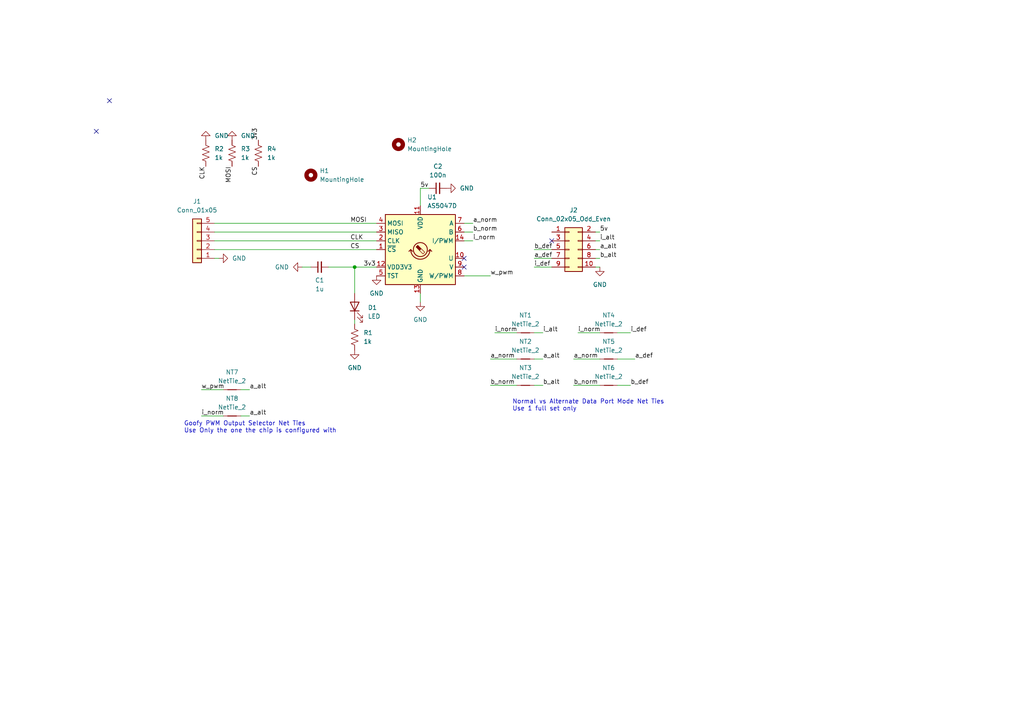
<source format=kicad_sch>
(kicad_sch (version 20230121) (generator eeschema)
  (paper "A4")
  (lib_symbols
    (symbol "Connector_Generic:Conn_01x05" (pin_names (offset 1.016) hide)
      (property "Reference" "J" (at 0 7.62 0))
      (property "Value" "Conn_01x05" (at 0 -7.62 0))
      (symbol "Conn_01x05_1_1"
        (rectangle (start -1.27 -4.953) (end 0 -5.207) (stroke (width 0.1524)))
        (rectangle (start -1.27 -2.413) (end 0 -2.667) (stroke (width 0.1524)))
        (rectangle (start -1.27 0.127) (end 0 -0.127) (stroke (width 0.1524)))
        (rectangle (start -1.27 2.667) (end 0 2.413) (stroke (width 0.1524)))
        (rectangle (start -1.27 5.207) (end 0 4.953) (stroke (width 0.1524)))
        (rectangle (start -1.27 6.35) (end 1.27 -6.35) (stroke (width 0.254)) (fill (type background)))
        (pin passive line (at -5.08 5.08 0) (length 3.81) (name "Pin_1") (number "1"))
        (pin passive line (at -5.08 2.54 0) (length 3.81) (name "Pin_2") (number "2"))
        (pin passive line (at -5.08 0 0) (length 3.81) (name "Pin_3") (number "3"))
        (pin passive line (at -5.08 -2.54 0) (length 3.81) (name "Pin_4") (number "4"))
        (pin passive line (at -5.08 -5.08 0) (length 3.81) (name "Pin_5") (number "5"))
      )
    )
    (symbol "Connector_Generic:Conn_02x05_Odd_Even" (pin_names (offset 1.016) hide)
      (property "Reference" "J" (at 1.27 7.62 0))
      (property "Value" "Conn_02x05_Odd_Even" (at 1.27 -7.62 0))
      (symbol "Conn_02x05_Odd_Even_1_1"
        (rectangle (start -1.27 -4.953) (end 0 -5.207) (stroke (width 0.1524)))
        (rectangle (start -1.27 -2.413) (end 0 -2.667) (stroke (width 0.1524)))
        (rectangle (start -1.27 0.127) (end 0 -0.127) (stroke (width 0.1524)))
        (rectangle (start -1.27 2.667) (end 0 2.413) (stroke (width 0.1524)))
        (rectangle (start -1.27 5.207) (end 0 4.953) (stroke (width 0.1524)))
        (rectangle (start -1.27 6.35) (end 3.81 -6.35) (stroke (width 0.254)) (fill (type background)))
        (rectangle (start 3.81 -4.953) (end 2.54 -5.207) (stroke (width 0.1524)))
        (rectangle (start 3.81 -2.413) (end 2.54 -2.667) (stroke (width 0.1524)))
        (rectangle (start 3.81 0.127) (end 2.54 -0.127) (stroke (width 0.1524)))
        (rectangle (start 3.81 2.667) (end 2.54 2.413) (stroke (width 0.1524)))
        (rectangle (start 3.81 5.207) (end 2.54 4.953) (stroke (width 0.1524)))
        (pin passive line (at -5.08 5.08 0) (length 3.81) (name "Pin_1") (number "1"))
        (pin passive line (at 7.62 -5.08 180) (length 3.81) (name "Pin_10") (number "10"))
        (pin passive line (at 7.62 5.08 180) (length 3.81) (name "Pin_2") (number "2"))
        (pin passive line (at -5.08 2.54 0) (length 3.81) (name "Pin_3") (number "3"))
        (pin passive line (at 7.62 2.54 180) (length 3.81) (name "Pin_4") (number "4"))
        (pin passive line (at -5.08 0 0) (length 3.81) (name "Pin_5") (number "5"))
        (pin passive line (at 7.62 0 180) (length 3.81) (name "Pin_6") (number "6"))
        (pin passive line (at -5.08 -2.54 0) (length 3.81) (name "Pin_7") (number "7"))
        (pin passive line (at 7.62 -2.54 180) (length 3.81) (name "Pin_8") (number "8"))
        (pin passive line (at -5.08 -5.08 0) (length 3.81) (name "Pin_9") (number "9"))
      )
    )
    (symbol "Device:C_Small" (pin_numbers hide) (pin_names (offset 0.254) hide)
      (property "Reference" "C" (at 0.254 1.778 0))
      (property "Value" "C_Small" (at 0.254 -2.032 0))
      (symbol "C_Small_0_1"
        (polyline (pts (xy -1.524 -0.508) (xy 1.524 -0.508)) (stroke (width 0.3302)))
        (polyline (pts (xy -1.524 0.508) (xy 1.524 0.508)) (stroke (width 0.3048)))
      )
      (symbol "C_Small_1_1"
        (pin passive line (at 0 2.54 270) (length 2.032) (name "~") (number "1"))
        (pin passive line (at 0 -2.54 90) (length 2.032) (name "~") (number "2"))
      )
    )
    (symbol "Device:LED" (pin_numbers hide) (pin_names (offset 1.016) hide)
      (property "Reference" "D" (at 0 2.54 0))
      (property "Value" "LED" (at 0 -2.54 0))
      (symbol "LED_0_1"
        (polyline (pts (xy -1.27 -1.27) (xy -1.27 1.27)) (stroke (width 0.254)))
        (polyline (pts (xy -1.27 0) (xy 1.27 0)))
        (polyline (pts (xy 1.27 -1.27) (xy 1.27 1.27) (xy -1.27 0) (xy 1.27 -1.27)) (stroke (width 0.254)))
        (polyline (pts (xy -3.048 -0.762) (xy -4.572 -2.286) (xy -3.81 -2.286) (xy -4.572 -2.286) (xy -4.572 -1.524)))
        (polyline (pts (xy -1.778 -0.762) (xy -3.302 -2.286) (xy -2.54 -2.286) (xy -3.302 -2.286) (xy -3.302 -1.524)))
      )
      (symbol "LED_1_1"
        (pin passive line (at -3.81 0 0) (length 2.54) (name "K") (number "1"))
        (pin passive line (at 3.81 0 180) (length 2.54) (name "A") (number "2"))
      )
    )
    (symbol "Device:NetTie_2" (pin_numbers hide) (pin_names (offset 0) hide)
      (property "Reference" "NT" (at 0 1.27 0))
      (property "Value" "NetTie_2" (at 0 -1.27 0))
      (symbol "NetTie_2_0_1"
        (polyline (pts (xy -1.27 0) (xy 1.27 0)) (stroke (width 0.254)))
      )
      (symbol "NetTie_2_1_1"
        (pin passive line (at -2.54 0 0) (length 2.54) (name "1") (number "1"))
        (pin passive line (at 2.54 0 180) (length 2.54) (name "2") (number "2"))
      )
    )
    (symbol "Device:R_US" (pin_numbers hide) (pin_names (offset 0))
      (property "Reference" "R" (at 2.54 0 90))
      (property "Value" "R_US" (at -2.54 0 90))
      (symbol "R_US_0_1"
        (polyline (pts (xy 0 -2.286) (xy 0 -2.54)))
        (polyline (pts (xy 0 2.286) (xy 0 2.54)))
        (polyline (pts (xy 0 -0.762) (xy 1.016 -1.143) (xy 0 -1.524) (xy -1.016 -1.905) (xy 0 -2.286)))
        (polyline (pts (xy 0 0.762) (xy 1.016 0.381) (xy 0 0) (xy -1.016 -0.381) (xy 0 -0.762)))
        (polyline (pts (xy 0 2.286) (xy 1.016 1.905) (xy 0 1.524) (xy -1.016 1.143) (xy 0 0.762)))
      )
      (symbol "R_US_1_1"
        (pin passive line (at 0 3.81 270) (length 1.27) (name "~") (number "1"))
        (pin passive line (at 0 -3.81 90) (length 1.27) (name "~") (number "2"))
      )
    )
    (symbol "Mechanical:MountingHole" (pin_names (offset 1.016))
      (property "Reference" "H" (at 0 5.08 0))
      (property "Value" "MountingHole" (at 0 3.175 0))
      (symbol "MountingHole_0_1"
        (circle (center 0 0) (radius 1.27) (stroke (width 1.27)))
      )
    )
    (symbol "Sensor_Magnetic:AS5047D"
      (property "Reference" "U" (at -8.89 11.43 0))
      (property "Value" "AS5047D" (at 5.08 11.43 0))
      (symbol "AS5047D_1_1"
        (rectangle (start -10.16 10.16) (end 10.16 -10.16) (stroke (width 0.254)) (fill (type background)))
        (arc (start -2.794 0) (mid 0 -2.7819) (end 2.794 0) (stroke (width 0.254)))
        (polyline (pts (xy -2.794 0) (xy -3.302 -0.508)) (stroke (width 0.254)))
        (polyline (pts (xy -2.794 0) (xy -2.286 -0.508)) (stroke (width 0.254)))
        (polyline (pts (xy 2.794 0) (xy 2.286 -0.508)) (stroke (width 0.254)))
        (polyline (pts (xy 2.794 0) (xy 3.302 -0.508)) (stroke (width 0.254)))
        (polyline (pts (xy 0.254 0.254) (xy 1.27 -0.762) (xy 0.762 -1.27) (xy -0.254 -0.254)))
        (polyline (pts (xy -0.762 1.27) (xy 0.254 0.254) (xy -0.254 -0.254) (xy -1.27 0.762) (xy -1.016 1.016) (xy -0.762 1.27) (xy -0.635 1.143)) (fill (type outline)))
        (circle (center 0 0) (radius 2.032) (stroke (width 0.254)))
        (pin input line (at -12.7 0 0) (length 2.54) (name "~{CS}") (number "1"))
        (pin output line (at 12.7 -2.54 180) (length 2.54) (name "U") (number "10"))
        (pin power_in line (at 0 12.7 270) (length 2.54) (name "VDD") (number "11"))
        (pin power_out line (at -12.7 -5.08 0) (length 2.54) (name "VDD3V3") (number "12"))
        (pin power_in line (at 0 -12.7 90) (length 2.54) (name "GND") (number "13"))
        (pin output line (at 12.7 2.54 180) (length 2.54) (name "I/PWM") (number "14"))
        (pin input line (at -12.7 2.54 0) (length 2.54) (name "CLK") (number "2"))
        (pin output line (at -12.7 5.08 0) (length 2.54) (name "MISO") (number "3"))
        (pin input line (at -12.7 7.62 0) (length 2.54) (name "MOSI") (number "4"))
        (pin input line (at -12.7 -7.62 0) (length 2.54) (name "TST") (number "5"))
        (pin output line (at 12.7 5.08 180) (length 2.54) (name "B") (number "6"))
        (pin output line (at 12.7 7.62 180) (length 2.54) (name "A") (number "7"))
        (pin output line (at 12.7 -7.62 180) (length 2.54) (name "W/PWM") (number "8"))
        (pin output line (at 12.7 -5.08 180) (length 2.54) (name "V") (number "9"))
      )
    )
    (symbol "power:GND" (power) (pin_names (offset 0))
      (property "Value" "GND" (at 0 -3.81 0))
      (symbol "GND_0_1"
        (polyline (pts (xy 0 0) (xy 0 -1.27) (xy 1.27 -1.27) (xy 0 -2.54) (xy -1.27 -1.27) (xy 0 -1.27)))
      )
      (symbol "GND_1_1"
        (pin power_in line (at 0 0 270) (length 0) hide (name "GND") (number "1"))
      )
    )
  )
  (junction (at 102.87 77.47))
  (no_connect (at 160.02 69.85))
  (no_connect (at 134.62 77.47))
  (no_connect (at 134.62 74.93))
  (no_connect (at 27.94 38.1))
  (no_connect (at 31.75 29.21))
  (wire (pts (xy 143.51 96.52) (xy 149.86 96.52)))
  (wire (pts (xy 142.24 80.01) (xy 134.62 80.01)))
  (wire (pts (xy 62.23 72.39) (xy 109.22 72.39)))
  (wire (pts (xy 166.37 111.76) (xy 173.99 111.76)))
  (wire (pts (xy 142.24 111.76) (xy 149.86 111.76)))
  (wire (pts (xy 179.07 104.14) (xy 184.15 104.14)))
  (wire (pts (xy 90.17 77.47) (xy 87.63 77.47)))
  (wire (pts (xy 154.94 111.76) (xy 157.48 111.76)))
  (wire (pts (xy 166.37 104.14) (xy 173.99 104.14)))
  (wire (pts (xy 62.23 67.31) (xy 109.22 67.31)))
  (wire (pts (xy 172.72 72.39) (xy 173.99 72.39)))
  (wire (pts (xy 102.87 77.47) (xy 109.22 77.47)))
  (wire (pts (xy 134.62 69.85) (xy 137.16 69.85)))
  (wire (pts (xy 172.72 67.31) (xy 173.99 67.31)))
  (wire (pts (xy 179.07 96.52) (xy 182.88 96.52)))
  (wire (pts (xy 121.92 85.09) (xy 121.92 87.63)))
  (wire (pts (xy 134.62 67.31) (xy 137.16 67.31)))
  (wire (pts (xy 69.85 120.65) (xy 72.39 120.65)))
  (wire (pts (xy 172.72 74.93) (xy 173.99 74.93)))
  (wire (pts (xy 102.87 77.47) (xy 102.87 85.09)))
  (wire (pts (xy 167.64 96.52) (xy 173.99 96.52)))
  (wire (pts (xy 154.94 96.52) (xy 157.48 96.52)))
  (wire (pts (xy 134.62 64.77) (xy 137.16 64.77)))
  (wire (pts (xy 179.07 111.76) (xy 182.88 111.76)))
  (wire (pts (xy 154.94 104.14) (xy 157.48 104.14)))
  (wire (pts (xy 154.94 77.47) (xy 160.02 77.47)))
  (wire (pts (xy 142.24 104.14) (xy 149.86 104.14)))
  (wire (pts (xy 154.94 72.39) (xy 160.02 72.39)))
  (wire (pts (xy 102.87 92.71) (xy 102.87 93.98)))
  (wire (pts (xy 124.46 54.61) (xy 121.92 54.61)))
  (wire (pts (xy 58.42 120.65) (xy 64.77 120.65)))
  (wire (pts (xy 58.42 113.03) (xy 64.77 113.03)))
  (wire (pts (xy 69.85 113.03) (xy 72.39 113.03)))
  (wire (pts (xy 172.72 69.85) (xy 173.99 69.85)))
  (wire (pts (xy 95.25 77.47) (xy 102.87 77.47)))
  (wire (pts (xy 172.72 77.47) (xy 173.99 77.47)))
  (wire (pts (xy 121.92 54.61) (xy 121.92 59.69)))
  (wire (pts (xy 62.23 74.93) (xy 63.5 74.93)))
  (wire (pts (xy 62.23 69.85) (xy 109.22 69.85)))
  (wire (pts (xy 62.23 64.77) (xy 109.22 64.77)))
  (wire (pts (xy 154.94 74.93) (xy 160.02 74.93)))
  (text "Goofy PWM Output Selector Net Ties\nUse Only the one the chip is configured with" (at 53.34 125.73 0) (effects (font (size 1.27 1.27)) (justify left bottom)))
  (text "Normal vs Alternate Data Port Mode Net Ties\nUse 1 full set only" (at 148.59 119.38 0) (effects (font (size 1.27 1.27)) (justify left bottom)))
  (label "b_norm" (at 137.16 67.31 0))
  (label "CLK" (at 101.6 69.85 0))
  (label "5v" (at 173.99 67.31 0))
  (label "i_def" (at 182.88 96.52 0))
  (label "i_norm" (at 58.42 120.65 0))
  (label "a_alt" (at 173.99 72.39 0))
  (label "b_alt" (at 173.99 74.93 0))
  (label "b_norm" (at 166.37 111.76 0))
  (label "MOSI" (at 67.31 48.26 270))
  (label "3v3" (at 105.41 77.47 0))
  (label "3v3" (at 74.93 40.64 90))
  (label "i_def" (at 154.94 77.47 0))
  (label "MOSI" (at 101.6 64.77 0))
  (label "w_pwm" (at 142.24 80.01 0))
  (label "b_def" (at 154.94 72.39 0))
  (label "b_def" (at 182.88 111.76 0))
  (label "i_norm" (at 143.51 96.52 0))
  (label "w_pwm" (at 58.42 113.03 0))
  (label "CLK" (at 59.69 48.26 270))
  (label "i_norm" (at 167.64 96.52 0))
  (label "CS" (at 101.6 72.39 0))
  (label "a_norm" (at 142.24 104.14 0))
  (label "a_def" (at 154.94 74.93 0))
  (label "b_norm" (at 142.24 111.76 0))
  (label "i_alt" (at 173.99 69.85 0))
  (label "5v" (at 121.92 54.61 0))
  (label "a_norm" (at 166.37 104.14 0))
  (label "b_alt" (at 157.48 111.76 0))
  (label "a_alt" (at 157.48 104.14 0))
  (label "a_alt" (at 72.39 120.65 0))
  (label "a_alt" (at 72.39 113.03 0))
  (label "i_alt" (at 157.48 96.52 0))
  (label "i_norm" (at 137.16 69.85 0))
  (label "a_norm" (at 137.16 64.77 0))
  (label "CS" (at 74.93 48.26 270))
  (label "a_def" (at 184.15 104.14 0))
  (symbol (lib_id "Device:R_US") (at 74.93 44.45 0) (unit 1)
    (property "Reference" "R4" (at 77.47 43.1799 0) (effects (justify left)))
    (property "Value" "1k" (at 77.47 45.7199 0) (effects (justify left)))
    (property "Footprint" "Resistor_SMD:R_0603_1608Metric_Pad0.98x0.95mm_HandSolder" (effects hide))
  )
  (symbol (lib_id "power:GND") (at 87.63 77.47 270) (unit 1)
    (property "Reference" "#PWR0104" (effects hide))
    (property "Value" "GND" (at 83.82 77.4699 90) (effects (justify right)))
  )
  (symbol (lib_id "Device:C_Small") (at 92.71 77.47 90) (unit 1)
    (property "Reference" "C1" (at 92.7163 81.28 90))
    (property "Value" "1u" (at 92.7163 83.82 90))
    (property "Footprint" "Capacitor_SMD:C_0603_1608Metric_Pad1.08x0.95mm_HandSolder" (effects hide))
  )
  (symbol (lib_id "Device:NetTie_2") (at 67.31 120.65 0) (unit 1)
    (property "Reference" "NT8" (at 67.31 115.57 0))
    (property "Value" "NetTie_2" (at 67.31 118.11 0))
    (property "Footprint" "Library:Jumper" (effects hide))
  )
  (symbol (lib_id "Connector_Generic:Conn_01x05") (at 57.15 69.85 180) (unit 1)
    (property "Reference" "J1" (at 57.15 58.42 0))
    (property "Value" "Conn_01x05" (at 57.15 60.96 0))
    (property "Footprint" "Connector_PinHeader_1.27mm:PinHeader_1x05_P1.27mm_Vertical" (effects hide))
  )
  (symbol (lib_id "Device:NetTie_2") (at 152.4 96.52 0) (unit 1)
    (property "Reference" "NT1" (at 152.4 91.44 0))
    (property "Value" "NetTie_2" (at 152.4 93.98 0))
    (property "Footprint" "Library:Jumper" (effects hide))
  )
  (symbol (lib_id "power:GND") (at 59.69 40.64 180) (unit 1)
    (property "Reference" "#PWR0109" (effects hide))
    (property "Value" "GND" (at 62.23 39.3699 0) (effects (justify right)))
  )
  (symbol (lib_id "Device:C_Small") (at 127 54.61 90) (unit 1)
    (property "Reference" "C2" (at 127.0063 48.26 90))
    (property "Value" "100n" (at 127.0063 50.8 90))
    (property "Footprint" "Capacitor_SMD:C_0603_1608Metric_Pad1.08x0.95mm_HandSolder" (effects hide))
  )
  (symbol (lib_id "power:GND") (at 129.54 54.61 90) (unit 1)
    (property "Reference" "#PWR0106" (effects hide))
    (property "Value" "GND" (at 133.35 54.6099 90) (effects (justify right)))
  )
  (symbol (lib_id "Mechanical:MountingHole") (at 115.57 41.91 0) (unit 1)
    (property "Reference" "H2" (at 118.11 40.6399 0) (effects (justify left)))
    (property "Value" "MountingHole" (at 118.11 43.1799 0) (effects (justify left)))
    (property "Footprint" "MountingHole:MountingHole_2.2mm_M2" (effects hide))
  )
  (symbol (lib_id "Device:NetTie_2") (at 152.4 111.76 0) (unit 1)
    (property "Reference" "NT3" (at 152.4 106.68 0))
    (property "Value" "NetTie_2" (at 152.4 109.22 0))
    (property "Footprint" "Library:Jumper" (effects hide))
  )
  (symbol (lib_id "Device:LED") (at 102.87 88.9 90) (unit 1)
    (property "Reference" "D1" (at 106.68 89.2174 90) (effects (justify right)))
    (property "Value" "LED" (at 106.68 91.7574 90) (effects (justify right)))
    (property "Footprint" "LED_SMD:LED_0603_1608Metric_Pad1.05x0.95mm_HandSolder" (effects hide))
  )
  (symbol (lib_id "Device:R_US") (at 67.31 44.45 0) (unit 1)
    (property "Reference" "R3" (at 69.85 43.1799 0) (effects (justify left)))
    (property "Value" "1k" (at 69.85 45.7199 0) (effects (justify left)))
    (property "Footprint" "Resistor_SMD:R_0603_1608Metric_Pad0.98x0.95mm_HandSolder" (effects hide))
  )
  (symbol (lib_id "Sensor_Magnetic:AS5047D") (at 121.92 72.39 0) (unit 1)
    (property "Reference" "U1" (at 123.9394 57.15 0) (effects (justify left)))
    (property "Value" "AS5047D" (at 123.9394 59.69 0) (effects (justify left)))
    (property "Footprint" "Package_SO:TSSOP-14_4.4x5mm_P0.65mm" (effects hide))
    (property "Datasheet" "https://ams.com/documents/20143/36005/AS5047D_DS000394_2-00.pdf" (effects hide))
  )
  (symbol (lib_id "power:GND") (at 121.92 87.63 0) (unit 1)
    (property "Reference" "#PWR0102" (effects hide))
    (property "Value" "GND" (at 121.92 92.71 0))
  )
  (symbol (lib_id "Device:NetTie_2") (at 176.53 96.52 0) (unit 1)
    (property "Reference" "NT4" (at 176.53 91.44 0))
    (property "Value" "NetTie_2" (at 176.53 93.98 0))
    (property "Footprint" "Library:Jumper" (effects hide))
  )
  (symbol (lib_id "power:GND") (at 109.22 80.01 0) (unit 1)
    (property "Reference" "#PWR0103" (effects hide))
    (property "Value" "GND" (at 109.22 85.09 0))
  )
  (symbol (lib_id "power:GND") (at 173.99 77.47 0) (unit 1)
    (property "Reference" "#PWR0107" (effects hide))
    (property "Value" "GND" (at 173.99 82.55 0))
  )
  (symbol (lib_id "power:GND") (at 67.31 40.64 180) (unit 1)
    (property "Reference" "#PWR0108" (effects hide))
    (property "Value" "GND" (at 69.85 39.3699 0) (effects (justify right)))
  )
  (symbol (lib_id "power:GND") (at 102.87 101.6 0) (unit 1)
    (property "Reference" "#PWR0101" (effects hide))
    (property "Value" "GND" (at 102.87 106.68 0))
  )
  (symbol (lib_id "Connector_Generic:Conn_02x05_Odd_Even") (at 165.1 72.39 0) (unit 1)
    (property "Reference" "J2" (at 166.37 60.96 0))
    (property "Value" "Conn_02x05_Odd_Even" (at 166.37 63.5 0))
    (property "Footprint" "Connector_PinSocket_1.27mm:PinSocket_2x05_P1.27mm_Vertical" (effects hide))
  )
  (symbol (lib_id "Mechanical:MountingHole") (at 90.17 50.8 0) (unit 1)
    (property "Reference" "H1" (at 92.71 49.5299 0) (effects (justify left)))
    (property "Value" "MountingHole" (at 92.71 52.0699 0) (effects (justify left)))
    (property "Footprint" "MountingHole:MountingHole_2.2mm_M2" (effects hide))
  )
  (symbol (lib_id "Device:NetTie_2") (at 152.4 104.14 0) (unit 1)
    (property "Reference" "NT2" (at 152.4 99.06 0))
    (property "Value" "NetTie_2" (at 152.4 101.6 0))
    (property "Footprint" "Library:Jumper" (effects hide))
  )
  (symbol (lib_id "power:GND") (at 63.5 74.93 90) (unit 1)
    (property "Reference" "#PWR0105" (effects hide))
    (property "Value" "GND" (at 67.31 74.9299 90) (effects (justify right)))
  )
  (symbol (lib_id "Device:NetTie_2") (at 176.53 104.14 0) (unit 1)
    (property "Reference" "NT5" (at 176.53 99.06 0))
    (property "Value" "NetTie_2" (at 176.53 101.6 0))
    (property "Footprint" "Library:Jumper" (effects hide))
  )
  (symbol (lib_id "Device:R_US") (at 59.69 44.45 0) (unit 1)
    (property "Reference" "R2" (at 62.23 43.1799 0) (effects (justify left)))
    (property "Value" "1k" (at 62.23 45.7199 0) (effects (justify left)))
    (property "Footprint" "Resistor_SMD:R_0603_1608Metric_Pad0.98x0.95mm_HandSolder" (effects hide))
  )
  (symbol (lib_id "Device:R_US") (at 102.87 97.79 0) (unit 1)
    (property "Reference" "R1" (at 105.41 96.5199 0) (effects (justify left)))
    (property "Value" "1k" (at 105.41 99.0599 0) (effects (justify left)))
    (property "Footprint" "Resistor_SMD:R_0603_1608Metric_Pad0.98x0.95mm_HandSolder" (effects hide))
  )
  (symbol (lib_id "Device:NetTie_2") (at 67.31 113.03 0) (unit 1)
    (property "Reference" "NT7" (at 67.31 107.95 0))
    (property "Value" "NetTie_2" (at 67.31 110.49 0))
    (property "Footprint" "Library:Jumper" (effects hide))
  )
  (symbol (lib_id "Device:NetTie_2") (at 176.53 111.76 0) (unit 1)
    (property "Reference" "NT6" (at 176.53 106.68 0))
    (property "Value" "NetTie_2" (at 176.53 109.22 0))
    (property "Footprint" "Library:Jumper" (effects hide))
  )
)
</source>
